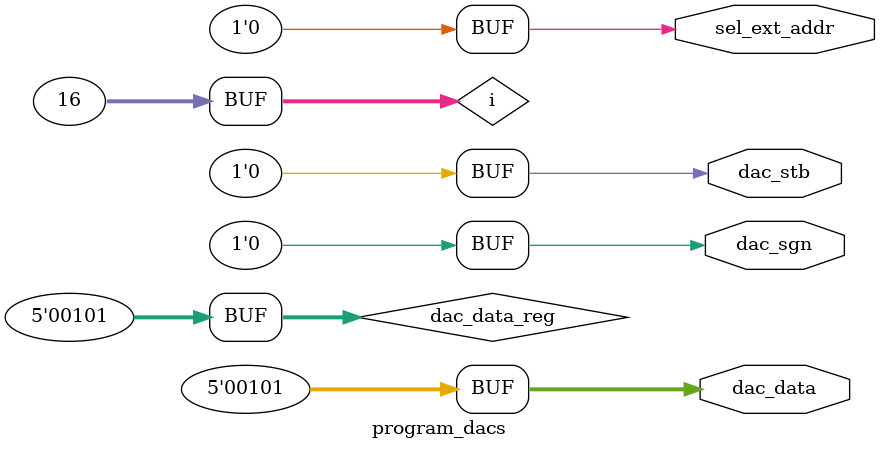
<source format=v>
`timescale 100ns/10ns

`define T_PROGRAM_DACS         1950

module program_dacs (sel_ext_addr, dac_stb, dac_data, dac_sgn);
	output sel_ext_addr;		// Select external address
	output dac_stb;			// DAC Strobe
	output [4:0] dac_data;		// DAC Data (Magnitude only) / Channel Address
	output dac_sgn;			// Sign bit of DAC


	reg sel_ext_addr;
	reg dac_stb;
	reg dac_sgn;
	reg [4:0] dac_data_reg;


	parameter dac_sign = 0;  // 0 for electrons
	parameter dac_value = 3;

	integer i;

	assign dac_data = dac_data_reg;

	initial begin
// We don't want external addressing for the time being.  Don't program the DAC now.
		sel_ext_addr = 1'b0;
		dac_stb = 1'b0;
		dac_sgn = 1'b0;
		dac_data_reg = 5'b0_0000;


		// Wait for a specified time and program the DACs
		#`T_PROGRAM_DACS
		for (i=0; i<=15; i=i+1) begin
			// Load the channel address.
			#10                             
			sel_ext_addr = 1'b1;
			dac_data_reg = i;

			// Strobe it into the address latch.
			#10				
			dac_stb = 1'b1;


			// Load the DAC setting.
			#10                             
			dac_sgn = dac_sign;
			dac_data_reg[4:0] = dac_value;

			// Strobe it into the DAC latch.
			#10
			dac_stb = 1'b0;


			// Disable external addressing.
			#10
			sel_ext_addr = 1'b0;
		end
	end

	initial begin
	#2800 sel_ext_addr = 1'b1;	//280us
	      dac_data_reg = 5'b0_0101;
        #2260 sel_ext_addr = 1'b0;      //At 506us where veto_rst goes high sel_ext_addr made low 
	end

endmodule

</source>
